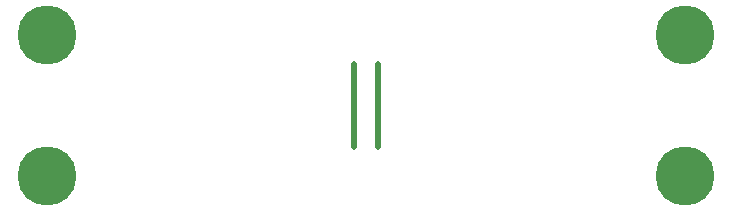
<source format=gbs>
%FSLAX21Y21*%
%MOMM*%
%ADD10C,5*%
%ADD11C,0.5*%
%LPD*%
D10*
X60Y60D03*
Y180D03*
X600D03*
Y60D03*
D11*
X320Y85D02*
G01*
Y155D01*
X340Y85D02*
Y155D01*
M02*

</source>
